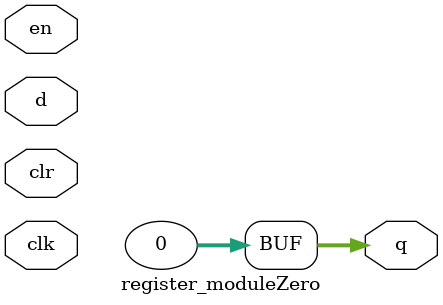
<source format=v>
module dffe_ref (q, d, clk, en, clr);

   //Inputs
   input d, clk, en, clr;
   
   //Internal wire
   wire clr;

   //Output
   output q;
   
   //Register
   reg q;

   //Intialize q to 0
   initial
   begin
       q = 1'b0;
   end

   //Set value of q on positive edge of the clock or clear
   always @(posedge clk or posedge clr) begin
       //If clear is high, set q to 0
       if (clr) begin
           q <= 1'b0;
       //If enable is high, set q to the value of d
       end else if (en) begin
           q <= d;
       end
   end
endmodule

module register_module(q, d, clk, en, clr);
    input [31:0] d;
    output [31:0] q;
    input clk, en, clr;

    dffe_ref dffe_ref_0(q[0], d[0], clk, en, clr);
    dffe_ref dffe_ref_1(q[1], d[1], clk, en, clr);
    dffe_ref dffe_ref_2(q[2], d[2], clk, en, clr);
    dffe_ref dffe_ref_3(q[3], d[3], clk, en, clr);
    dffe_ref dffe_ref_4(q[4], d[4], clk, en, clr);
    dffe_ref dffe_ref_5(q[5], d[5], clk, en, clr);
    dffe_ref dffe_ref_6(q[6], d[6], clk, en, clr);
    dffe_ref dffe_ref_7(q[7], d[7], clk, en, clr);
    dffe_ref dffe_ref_8(q[8], d[8], clk, en, clr);
    dffe_ref dffe_ref_9(q[9], d[9], clk, en, clr);
    dffe_ref dffe_ref_10(q[10], d[10], clk, en, clr);
    dffe_ref dffe_ref_11(q[11], d[11], clk, en, clr);
    dffe_ref dffe_ref_12(q[12], d[12], clk, en, clr);
    dffe_ref dffe_ref_13(q[13], d[13], clk, en, clr);
    dffe_ref dffe_ref_14(q[14], d[14], clk, en, clr);
    dffe_ref dffe_ref_15(q[15], d[15], clk, en, clr);
    dffe_ref dffe_ref_16(q[16], d[16], clk, en, clr);
    dffe_ref dffe_ref_17(q[17], d[17], clk, en, clr);
    dffe_ref dffe_ref_18(q[18], d[18], clk, en, clr);
    dffe_ref dffe_ref_19(q[19], d[19], clk, en, clr);
    dffe_ref dffe_ref_20(q[20], d[20], clk, en, clr);
    dffe_ref dffe_ref_21(q[21], d[21], clk, en, clr);
    dffe_ref dffe_ref_22(q[22], d[22], clk, en, clr);
    dffe_ref dffe_ref_23(q[23], d[23], clk, en, clr);
    dffe_ref dffe_ref_24(q[24], d[24], clk, en, clr);
    dffe_ref dffe_ref_25(q[25], d[25], clk, en, clr);
    dffe_ref dffe_ref_26(q[26], d[26], clk, en, clr);
    dffe_ref dffe_ref_27(q[27], d[27], clk, en, clr);
    dffe_ref dffe_ref_28(q[28], d[28], clk, en, clr);
    dffe_ref dffe_ref_29(q[29], d[29], clk, en, clr);
    dffe_ref dffe_ref_30(q[30], d[30], clk, en, clr);
    dffe_ref dffe_ref_31(q[31], d[31], clk, en, clr);

endmodule


module register_moduleZero(q, d, clk, en, clr);
    input [31:0] d;
    output [31:0] q;
    input clk, en, clr;

    assign q = 32'b0;

endmodule
</source>
